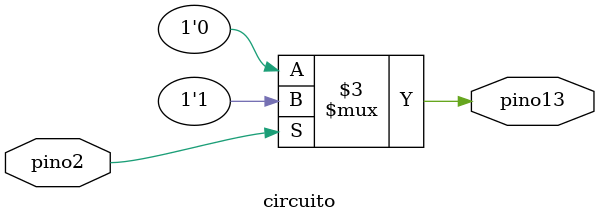
<source format=v>
module circuito (
    input wire pino2,       // Entrada conectada ao push-button
    output reg pino13       // Saída conectada ao LED
);

always @(*) begin
    if (pino2)              // Se o pino2 for 5V (nível alto)
        pino13 = 1'b1;      // LED ligado (nível alto)
    else
        pino13 = 1'b0;      // LED desligado (nível baixo)
end

endmodule

</source>
